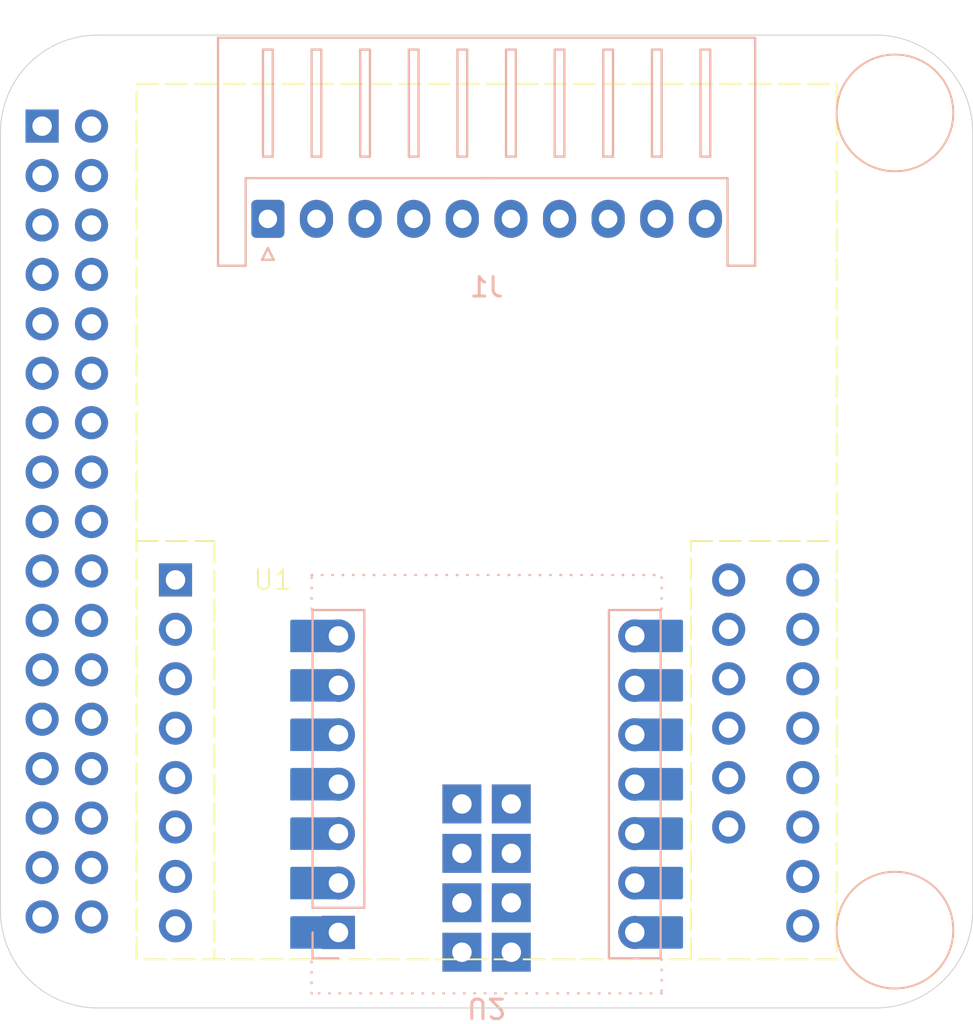
<source format=kicad_pcb>
(kicad_pcb (version 20241229) (generator "pcbnew") (generator_version "9.0")
  (layers (0 "F.Cu" signal) (4 "In1.Cu" power) (6 "In2.Cu" power) (2 "B.Cu" signal) (13 "F.Paste" user) (15 "B.Paste" user) (5 "F.SilkS" user "F.Silkscreen") (7 "B.SilkS" user "B.Silkscreen") (1 "F.Mask" user) (3 "B.Mask" user) (25 "Edge.Cuts" user))
  (net 0 "")
  (net 18 "GND")
  (net 19 "+3.3V")
  (net 50 "OPENMV_SPI_MOSI")
  (net 51 "OPENMV_RESET")
  (net 52 "OPENMV_SPI_READY")
  (net 57 "ESP32_SPI_MOSI")
  (net 58 "ESP32_RESET")
  (net 61 "ESP32_SPI_CLOCK")
  (net 62 "ESP32_SPI_MISO")
  (net 63 "OPENMV_SPI_CLOCK")
  (net 65 "ESP32_SPI_NSS")
  (net 66 "OPENMV_SPI_NSS")
  (net 69 "OPENMV_SPI_MISO")
  (footprint "pcb:Dummy" (layer "F.Cu") (at 150 100)
    (property "Reference" "N1" (hide yes))
    (property "Value" "Housing" (hide yes))
  )
  (footprint "pcb:OpenMV_H7_Plus" (layer "F.Cu") (at 134 103)
    (property "Reference" "U1" (at 5 0 0) (layer "F.SilkS") (effects (font (thickness 0.1))))
    (property "Value" "OpenMV H7+" (hide yes))
    (fp_line (start -2 -2) (end 2 -2) (stroke (width 0.1) (type dash)) (layer "F.SilkS"))
    (fp_line (start 2 -2) (end 2 19.5) (stroke (width 0.1) (type dash)) (layer "F.SilkS"))
    (fp_line (start 26.5 -2) (end 34 -2) (stroke (width 0.1) (type dash)) (layer "F.SilkS"))
    (fp_line (start 26.5 19.5) (end 26.5 -2) (stroke (width 0.1) (type dash)) (layer "F.SilkS"))
    (fp_rect (start -2 -25.5) (end 34 19.5) (stroke (width 0.1) (type dash)) (fill no) (layer "F.SilkS"))
    (pad "+3.3V" thru_hole circle (at 0 17.78) (size 1.7 1.7) (drill 1) (layers "*.Cu" "*.Mask") (net 19 "+3.3V"))
    (pad "+3.3V" thru_hole circle (at 28.448 10.16) (size 1.7 1.7) (drill 1) (layers "*.Cu" "*.Mask") (net 19 "+3.3V"))
    (pad "BOOT" thru_hole circle (at 32.258 2.54) (size 1.7 1.7) (drill 1) (layers "*.Cu" "*.Mask"))
    (pad "FSYNC" thru_hole circle (at 32.258 5.08) (size 1.7 1.7) (drill 1) (layers "*.Cu" "*.Mask"))
    (pad "GND" thru_hole circle (at 28.448 12.7) (size 1.7 1.7) (drill 1) (layers "*.Cu" "*.Mask") (net 18 "GND"))
    (pad "GND" thru_hole circle (at 32.258 17.78) (size 1.7 1.7) (drill 1) (layers "*.Cu" "*.Mask") (net 18 "GND"))
    (pad "NRST" thru_hole circle (at 28.448 7.62) (size 1.7 1.7) (drill 1) (layers "*.Cu" "*.Mask"))
    (pad "NRST" thru_hole circle (at 32.258 0) (size 1.7 1.7) (drill 1) (layers "*.Cu" "*.Mask"))
    (pad "PA5" thru_hole circle (at 0 15.24) (size 1.7 1.7) (drill 1) (layers "*.Cu" "*.Mask"))
    (pad "PB10" thru_hole circle (at 0 10.16) (size 1.7 1.7) (drill 1) (layers "*.Cu" "*.Mask"))
    (pad "PB11" thru_hole circle (at 0 12.7) (size 1.7 1.7) (drill 1) (layers "*.Cu" "*.Mask"))
    (pad "PB12" thru_hole circle (at 0 7.62) (size 1.7 1.7) (drill 1) (layers "*.Cu" "*.Mask"))
    (pad "PB13" thru_hole circle (at 0 5.08) (size 1.7 1.7) (drill 1) (layers "*.Cu" "*.Mask"))
    (pad "PB14" thru_hole circle (at 0 2.54) (size 1.7 1.7) (drill 1) (layers "*.Cu" "*.Mask"))
    (pad "PB15" thru_hole rect (at 0 0) (size 1.7 1.7) (drill 1) (layers "*.Cu" "*.Mask"))
    (pad "PD12" thru_hole circle (at 32.258 12.7) (size 1.7 1.7) (drill 1) (layers "*.Cu" "*.Mask"))
    (pad "PD13" thru_hole circle (at 32.258 10.16) (size 1.7 1.7) (drill 1) (layers "*.Cu" "*.Mask"))
    (pad "PG3" thru_hole circle (at 32.258 7.62) (size 1.7 1.7) (drill 1) (layers "*.Cu" "*.Mask"))
    (pad "SWC" thru_hole circle (at 28.448 2.54) (size 1.7 1.7) (drill 1) (layers "*.Cu" "*.Mask"))
    (pad "SWD" thru_hole circle (at 28.448 5.08) (size 1.7 1.7) (drill 1) (layers "*.Cu" "*.Mask"))
    (pad "SWO" thru_hole circle (at 28.448 0) (size 1.7 1.7) (drill 1) (layers "*.Cu" "*.Mask"))
    (pad "VIN" thru_hole circle (at 32.258 15.24) (size 1.7 1.7) (drill 1) (layers "*.Cu" "*.Mask"))
  )
  (footprint "pcb:VehicleStackConnector" (layer "F.Cu") (at 150 100)
    (property "Reference" "J6" (hide yes))
    (property "Value" "~" (hide yes))
    (fp_circle (center 21 -21) (end 24 -21) (stroke (width 0.1)) (fill no) (layer "F.SilkS"))
    (fp_circle (center 21 21) (end 24 21) (stroke (width 0.1)) (fill no) (layer "F.SilkS"))
    (fp_circle (center 21 -21) (end 24 -21) (stroke (width 0.1)) (fill no) (layer "B.SilkS"))
    (fp_circle (center 21 21) (end 24 21) (stroke (width 0.1)) (fill no) (layer "B.SilkS"))
    (fp_line (start -25 20) (end -25 -20) (stroke (width 0.05)) (layer "Edge.Cuts"))
    (fp_line (start -20 -25) (end 20 -25) (stroke (width 0.05)) (layer "Edge.Cuts"))
    (fp_line (start 20 25) (end -20 25) (stroke (width 0.05)) (layer "Edge.Cuts"))
    (fp_line (start 25 -20) (end 25 20) (stroke (width 0.05)) (layer "Edge.Cuts"))
    (fp_arc (start -25 -20) (mid -23.535534 -23.535534) (end -20 -25) (stroke (width 0.05)) (layer "Edge.Cuts"))
    (fp_arc (start -20 25) (mid -23.535534 23.535534) (end -25 20) (stroke (width 0.05)) (layer "Edge.Cuts"))
    (fp_arc (start 20 -25) (mid 23.535534 -23.535534) (end 25 -20) (stroke (width 0.05)) (layer "Edge.Cuts"))
    (fp_arc (start 25 20) (mid 23.535534 23.535534) (end 20 25) (stroke (width 0.05)) (layer "Edge.Cuts"))
    (pad "" np_thru_hole circle (at 21 -21) (size 3.2 3.2) (drill 3.2) (layers "*.Cu" "*.Mask"))
    (pad "" np_thru_hole circle (at 21 21) (size 3.2 3.2) (drill 3.2) (layers "*.Cu" "*.Mask"))
    (pad "1" thru_hole rect (at -22.86 -20.32) (size 1.7 1.7) (drill 1) (layers "*.Cu" "*.Mask") (net 19 "+3.3V"))
    (pad "2" thru_hole circle (at -20.32 -20.32) (size 1.7 1.7) (drill 1) (layers "*.Cu" "*.Mask") (net 63 "OPENMV_SPI_CLOCK"))
    (pad "3" thru_hole circle (at -22.86 -17.78) (size 1.7 1.7) (drill 1) (layers "*.Cu" "*.Mask") (net 18 "GND"))
    (pad "4" thru_hole circle (at -20.32 -17.78) (size 1.7 1.7) (drill 1) (layers "*.Cu" "*.Mask") (net 50 "OPENMV_SPI_MOSI"))
    (pad "5" thru_hole circle (at -22.86 -15.24) (size 1.7 1.7) (drill 1) (layers "*.Cu" "*.Mask") (net 18 "GND"))
    (pad "6" thru_hole circle (at -20.32 -15.24) (size 1.7 1.7) (drill 1) (layers "*.Cu" "*.Mask") (net 69 "OPENMV_SPI_MISO"))
    (pad "7" thru_hole circle (at -22.86 -12.7) (size 1.7 1.7) (drill 1) (layers "*.Cu" "*.Mask") (net 19 "+3.3V"))
    (pad "8" thru_hole circle (at -20.32 -12.7) (size 1.7 1.7) (drill 1) (layers "*.Cu" "*.Mask") (net 66 "OPENMV_SPI_NSS"))
    (pad "9" thru_hole oval (at -22.86 -10.16) (size 1.7 1.7) (drill 1) (layers "*.Cu" "*.Mask") (net 52 "OPENMV_SPI_READY"))
    (pad "10" thru_hole circle (at -20.32 -10.16) (size 1.7 1.7) (drill 1) (layers "*.Cu" "*.Mask") (net 18 "GND"))
    (pad "11" thru_hole circle (at -22.86 -7.62) (size 1.7 1.7) (drill 1) (layers "*.Cu" "*.Mask") (net 19 "+3.3V"))
    (pad "12" thru_hole circle (at -20.32 -7.62) (size 1.7 1.7) (drill 1) (layers "*.Cu" "*.Mask") (net 61 "ESP32_SPI_CLOCK"))
    (pad "13" thru_hole circle (at -22.86 -5.08) (size 1.7 1.7) (drill 1) (layers "*.Cu" "*.Mask") (net 18 "GND"))
    (pad "14" thru_hole circle (at -20.32 -5.08) (size 1.7 1.7) (drill 1) (layers "*.Cu" "*.Mask") (net 57 "ESP32_SPI_MOSI"))
    (pad "15" thru_hole circle (at -22.86 -2.54) (size 1.7 1.7) (drill 1) (layers "*.Cu" "*.Mask") (net 18 "GND"))
    (pad "16" thru_hole circle (at -20.32 -2.54) (size 1.7 1.7) (drill 1) (layers "*.Cu" "*.Mask") (net 62 "ESP32_SPI_MISO"))
    (pad "17" thru_hole circle (at -22.86 0) (size 1.7 1.7) (drill 1) (layers "*.Cu" "*.Mask") (net 19 "+3.3V"))
    (pad "18" thru_hole circle (at -20.32 0) (size 1.7 1.7) (drill 1) (layers "*.Cu" "*.Mask") (net 65 "ESP32_SPI_NSS"))
    (pad "19" thru_hole circle (at -22.86 2.54) (size 1.7 1.7) (drill 1) (layers "*.Cu" "*.Mask"))
    (pad "20" thru_hole circle (at -20.32 2.54) (size 1.7 1.7) (drill 1) (layers "*.Cu" "*.Mask"))
    (pad "21" thru_hole circle (at -22.86 5.08) (size 1.7 1.7) (drill 1) (layers "*.Cu" "*.Mask"))
    (pad "22" thru_hole circle (at -20.32 5.08) (size 1.7 1.7) (drill 1) (layers "*.Cu" "*.Mask") (net 18 "GND"))
    (pad "23" thru_hole circle (at -22.86 7.62) (size 1.7 1.7) (drill 1) (layers "*.Cu" "*.Mask"))
    (pad "24" thru_hole circle (at -20.32 7.62) (size 1.7 1.7) (drill 1) (layers "*.Cu" "*.Mask") (net 18 "GND"))
    (pad "25" thru_hole circle (at -22.86 10.16) (size 1.7 1.7) (drill 1) (layers "*.Cu" "*.Mask"))
    (pad "26" thru_hole circle (at -20.32 10.16) (size 1.7 1.7) (drill 1) (layers "*.Cu" "*.Mask"))
    (pad "27" thru_hole circle (at -22.86 12.7) (size 1.7 1.7) (drill 1) (layers "*.Cu" "*.Mask") (net 18 "GND"))
    (pad "28" thru_hole circle (at -20.32 12.7) (size 1.7 1.7) (drill 1) (layers "*.Cu" "*.Mask") (net 51 "OPENMV_RESET"))
    (pad "29" thru_hole circle (at -22.86 15.24) (size 1.7 1.7) (drill 1) (layers "*.Cu" "*.Mask") (net 58 "ESP32_RESET"))
    (pad "30" thru_hole circle (at -20.32 15.24) (size 1.7 1.7) (drill 1) (layers "*.Cu" "*.Mask"))
    (pad "31" thru_hole circle (at -22.86 17.78) (size 1.7 1.7) (drill 1) (layers "*.Cu" "*.Mask"))
    (pad "32" thru_hole circle (at -20.32 17.78) (size 1.7 1.7) (drill 1) (layers "*.Cu" "*.Mask"))
    (pad "33" thru_hole circle (at -22.86 20.32) (size 1.7 1.7) (drill 1) (layers "*.Cu" "*.Mask"))
    (pad "34" thru_hole circle (at -20.32 20.32) (size 1.7 1.7) (drill 1) (layers "*.Cu" "*.Mask"))
  )
  (footprint "Connector_JST:JST_XH_S10B-XH-A_1x10_P2.50mm_Horizontal" (layer "B.Cu") (at 138.75 84.445)
    (property "Reference" "J1" (at 11.25 3.51 180) (layer "B.SilkS") (effects (justify mirror)))
    (property "Value" "Conn_02x05_Top_Bottom")
    (fp_line (start -2.56 -9.31) (end -2.56 2.41) (stroke (width 0.12)) (layer "B.SilkS"))
    (fp_line (start -2.56 2.41) (end -1.14 2.41) (stroke (width 0.12)) (layer "B.SilkS"))
    (fp_line (start -1.14 -2.09) (end 11.25 -2.09) (stroke (width 0.12)) (layer "B.SilkS"))
    (fp_line (start -1.14 2.41) (end -1.14 -2.09) (stroke (width 0.12)) (layer "B.SilkS"))
    (fp_line (start -0.3 2.1) (end 0.3 2.1) (stroke (width 0.12)) (layer "B.SilkS"))
    (fp_line (start -0.25 -8.7) (end 0.25 -8.7) (stroke (width 0.12)) (layer "B.SilkS"))
    (fp_line (start -0.25 -3.2) (end -0.25 -8.7) (stroke (width 0.12)) (layer "B.SilkS"))
    (fp_line (start 0 1.5) (end -0.3 2.1) (stroke (width 0.12)) (layer "B.SilkS"))
    (fp_line (start 0.25 -8.7) (end 0.25 -3.2) (stroke (width 0.12)) (layer "B.SilkS"))
    (fp_line (start 0.25 -3.2) (end -0.25 -3.2) (stroke (width 0.12)) (layer "B.SilkS"))
    (fp_line (start 0.3 2.1) (end 0 1.5) (stroke (width 0.12)) (layer "B.SilkS"))
    (fp_line (start 2.25 -8.7) (end 2.75 -8.7) (stroke (width 0.12)) (layer "B.SilkS"))
    (fp_line (start 2.25 -3.2) (end 2.25 -8.7) (stroke (width 0.12)) (layer "B.SilkS"))
    (fp_line (start 2.75 -8.7) (end 2.75 -3.2) (stroke (width 0.12)) (layer "B.SilkS"))
    (fp_line (start 2.75 -3.2) (end 2.25 -3.2) (stroke (width 0.12)) (layer "B.SilkS"))
    (fp_line (start 4.75 -8.7) (end 5.25 -8.7) (stroke (width 0.12)) (layer "B.SilkS"))
    (fp_line (start 4.75 -3.2) (end 4.75 -8.7) (stroke (width 0.12)) (layer "B.SilkS"))
    (fp_line (start 5.25 -8.7) (end 5.25 -3.2) (stroke (width 0.12)) (layer "B.SilkS"))
    (fp_line (start 5.25 -3.2) (end 4.75 -3.2) (stroke (width 0.12)) (layer "B.SilkS"))
    (fp_line (start 7.25 -8.7) (end 7.75 -8.7) (stroke (width 0.12)) (layer "B.SilkS"))
    (fp_line (start 7.25 -3.2) (end 7.25 -8.7) (stroke (width 0.12)) (layer "B.SilkS"))
    (fp_line (start 7.75 -8.7) (end 7.75 -3.2) (stroke (width 0.12)) (layer "B.SilkS"))
    (fp_line (start 7.75 -3.2) (end 7.25 -3.2) (stroke (width 0.12)) (layer "B.SilkS"))
    (fp_line (start 9.75 -8.7) (end 10.25 -8.7) (stroke (width 0.12)) (layer "B.SilkS"))
    (fp_line (start 9.75 -3.2) (end 9.75 -8.7) (stroke (width 0.12)) (layer "B.SilkS"))
    (fp_line (start 10.25 -8.7) (end 10.25 -3.2) (stroke (width 0.12)) (layer "B.SilkS"))
    (fp_line (start 10.25 -3.2) (end 9.75 -3.2) (stroke (width 0.12)) (layer "B.SilkS"))
    (fp_line (start 11.25 -9.31) (end -2.56 -9.31) (stroke (width 0.12)) (layer "B.SilkS"))
    (fp_line (start 11.25 -9.31) (end 25.06 -9.31) (stroke (width 0.12)) (layer "B.SilkS"))
    (fp_line (start 12.25 -8.7) (end 12.75 -8.7) (stroke (width 0.12)) (layer "B.SilkS"))
    (fp_line (start 12.25 -3.2) (end 12.25 -8.7) (stroke (width 0.12)) (layer "B.SilkS"))
    (fp_line (start 12.75 -8.7) (end 12.75 -3.2) (stroke (width 0.12)) (layer "B.SilkS"))
    (fp_line (start 12.75 -3.2) (end 12.25 -3.2) (stroke (width 0.12)) (layer "B.SilkS"))
    (fp_line (start 14.75 -8.7) (end 15.25 -8.7) (stroke (width 0.12)) (layer "B.SilkS"))
    (fp_line (start 14.75 -3.2) (end 14.75 -8.7) (stroke (width 0.12)) (layer "B.SilkS"))
    (fp_line (start 15.25 -8.7) (end 15.25 -3.2) (stroke (width 0.12)) (layer "B.SilkS"))
    (fp_line (start 15.25 -3.2) (end 14.75 -3.2) (stroke (width 0.12)) (layer "B.SilkS"))
    (fp_line (start 17.25 -8.7) (end 17.75 -8.7) (stroke (width 0.12)) (layer "B.SilkS"))
    (fp_line (start 17.25 -3.2) (end 17.25 -8.7) (stroke (width 0.12)) (layer "B.SilkS"))
    (fp_line (start 17.75 -8.7) (end 17.75 -3.2) (stroke (width 0.12)) (layer "B.SilkS"))
    (fp_line (start 17.75 -3.2) (end 17.25 -3.2) (stroke (width 0.12)) (layer "B.SilkS"))
    (fp_line (start 19.75 -8.7) (end 20.25 -8.7) (stroke (width 0.12)) (layer "B.SilkS"))
    (fp_line (start 19.75 -3.2) (end 19.75 -8.7) (stroke (width 0.12)) (layer "B.SilkS"))
    (fp_line (start 20.25 -8.7) (end 20.25 -3.2) (stroke (width 0.12)) (layer "B.SilkS"))
    (fp_line (start 20.25 -3.2) (end 19.75 -3.2) (stroke (width 0.12)) (layer "B.SilkS"))
    (fp_line (start 22.25 -8.7) (end 22.75 -8.7) (stroke (width 0.12)) (layer "B.SilkS"))
    (fp_line (start 22.25 -3.2) (end 22.25 -8.7) (stroke (width 0.12)) (layer "B.SilkS"))
    (fp_line (start 22.75 -8.7) (end 22.75 -3.2) (stroke (width 0.12)) (layer "B.SilkS"))
    (fp_line (start 22.75 -3.2) (end 22.25 -3.2) (stroke (width 0.12)) (layer "B.SilkS"))
    (fp_line (start 23.64 -2.09) (end 11.25 -2.09) (stroke (width 0.12)) (layer "B.SilkS"))
    (fp_line (start 23.64 2.41) (end 23.64 -2.09) (stroke (width 0.12)) (layer "B.SilkS"))
    (fp_line (start 25.06 -9.31) (end 25.06 2.41) (stroke (width 0.12)) (layer "B.SilkS"))
    (fp_line (start 25.06 2.41) (end 23.64 2.41) (stroke (width 0.12)) (layer "B.SilkS"))
    (pad "1" thru_hole roundrect (at 0 0) (size 1.7 1.95) (drill 0.95) (layers "*.Cu" "*.Mask") (roundrect_rratio 0.147059))
    (pad "2" thru_hole oval (at 2.5 0) (size 1.7 1.95) (drill 0.95) (layers "*.Cu" "*.Mask"))
    (pad "3" thru_hole oval (at 5 0) (size 1.7 1.95) (drill 0.95) (layers "*.Cu" "*.Mask"))
    (pad "4" thru_hole oval (at 7.5 0) (size 1.7 1.95) (drill 0.95) (layers "*.Cu" "*.Mask"))
    (pad "5" thru_hole oval (at 10 0) (size 1.7 1.95) (drill 0.95) (layers "*.Cu" "*.Mask"))
    (pad "6" thru_hole oval (at 12.5 0) (size 1.7 1.95) (drill 0.95) (layers "*.Cu" "*.Mask"))
    (pad "7" thru_hole oval (at 15 0) (size 1.7 1.95) (drill 0.95) (layers "*.Cu" "*.Mask"))
    (pad "8" thru_hole oval (at 17.5 0) (size 1.7 1.95) (drill 0.95) (layers "*.Cu" "*.Mask"))
    (pad "9" thru_hole oval (at 20 0) (size 1.7 1.95) (drill 0.95) (layers "*.Cu" "*.Mask"))
    (pad "10" thru_hole oval (at 22.5 0) (size 1.7 1.95) (drill 0.95) (layers "*.Cu" "*.Mask"))
  )
  (footprint "pcb:Seeed_Studio_XIAO_ESP32_S3" (layer "B.Cu") (at 150 113.5)
    (property "Reference" "U2" (at 0 11.5 180) (layer "B.SilkS") (effects (justify mirror)))
    (property "Value" "Seeed_Studio_XIAO-ESP32-S3-Sense" (hide yes))
    (fp_rect (start -10 -6.885) (end -7.62 -8.355) (stroke (width 0.2)) (fill yes) (layers "B.Cu" "B.Mask"))
    (fp_rect (start -10 -4.345) (end -7.62 -5.815) (stroke (width 0.2)) (fill yes) (layers "B.Cu" "B.Mask"))
    (fp_rect (start -10 -1.805) (end -7.62 -3.275) (stroke (width 0.2)) (fill yes) (layers "B.Cu" "B.Mask"))
    (fp_rect (start -10 0.735) (end -7.62 -0.735) (stroke (width 0.2)) (fill yes) (layers "B.Cu" "B.Mask"))
    (fp_rect (start -10 3.275) (end -7.62 1.805) (stroke (width 0.2)) (fill yes) (layers "B.Cu" "B.Mask"))
    (fp_rect (start -10 5.815) (end -7.62 4.345) (stroke (width 0.2)) (fill yes) (layers "B.Cu" "B.Mask"))
    (fp_rect (start -10 8.355) (end -7.62 6.885) (stroke (width 0.2)) (fill yes) (layers "B.Cu" "B.Mask"))
    (fp_rect (start 7.62 -6.885) (end 10 -8.355) (stroke (width 0.2)) (fill yes) (layers "B.Cu" "B.Mask"))
    (fp_rect (start 7.62 -4.345) (end 10 -5.815) (stroke (width 0.2)) (fill yes) (layers "B.Cu" "B.Mask"))
    (fp_rect (start 7.62 -1.805) (end 10 -3.275) (stroke (width 0.2)) (fill yes) (layers "B.Cu" "B.Mask"))
    (fp_rect (start 7.62 0.735) (end 10 -0.735) (stroke (width 0.2)) (fill yes) (layers "B.Cu" "B.Mask"))
    (fp_rect (start 7.62 3.275) (end 10 1.805) (stroke (width 0.2)) (fill yes) (layers "B.Cu" "B.Mask"))
    (fp_rect (start 7.62 5.815) (end 10 4.345) (stroke (width 0.2)) (fill yes) (layers "B.Cu" "B.Mask"))
    (fp_rect (start 7.62 8.355) (end 10 6.885) (stroke (width 0.2)) (fill yes) (layers "B.Cu" "B.Mask"))
    (fp_line (start -9 -10.75) (end 9 -10.75) (stroke (width 0.127) (type dot)) (layer "B.SilkS"))
    (fp_line (start -9 -9) (end -9 -10.75) (stroke (width 0.127) (type dot)) (layer "B.SilkS"))
    (fp_line (start -9 10.75) (end -9 9) (stroke (width 0.127) (type dot)) (layer "B.SilkS"))
    (fp_line (start -8.95 -8.95) (end -6.29 -8.95) (stroke (width 0.12)) (layer "B.SilkS"))
    (fp_line (start -8.95 6.35) (end -8.95 -8.95) (stroke (width 0.12)) (layer "B.SilkS"))
    (fp_line (start -8.95 6.35) (end -6.29 6.35) (stroke (width 0.12)) (layer "B.SilkS"))
    (fp_line (start -8.95 7.62) (end -8.95 8.95) (stroke (width 0.12)) (layer "B.SilkS"))
    (fp_line (start -8.95 8.95) (end -7.62 8.95) (stroke (width 0.12)) (layer "B.SilkS"))
    (fp_line (start -6.29 6.35) (end -6.29 -8.95) (stroke (width 0.12)) (layer "B.SilkS"))
    (fp_line (start 6.29 -8.95) (end 8.95 -8.95) (stroke (width 0.12)) (layer "B.SilkS"))
    (fp_line (start 6.29 8.95) (end 6.29 -8.95) (stroke (width 0.12)) (layer "B.SilkS"))
    (fp_line (start 6.29 8.95) (end 8.95 8.95) (stroke (width 0.12)) (layer "B.SilkS"))
    (fp_line (start 8.95 8.95) (end 8.95 -8.95) (stroke (width 0.12)) (layer "B.SilkS"))
    (fp_line (start 9 -9) (end 9 -10.75) (stroke (width 0.127) (type dot)) (layer "B.SilkS"))
    (fp_line (start 9 9) (end 9 10.75) (stroke (width 0.127) (type dot)) (layer "B.SilkS"))
    (fp_line (start 9 10.75) (end -9 10.75) (stroke (width 0.127) (type dot)) (layer "B.SilkS"))
    (pad "+3.3V" thru_hole oval (at 7.62 2.54) (size 1.7 1.7) (drill 1) (layers "*.Cu" "*.Mask") (net 19 "+3.3V"))
    (pad "+5V" thru_hole circle (at 7.62 7.62) (size 1.7 1.7) (drill 1) (layers "*.Cu" "*.Mask"))
    (pad "D+" thru_hole rect (at 1.27 1.016) (size 2 2) (drill 1) (layers "*.Cu" "*.Mask"))
    (pad "D-" thru_hole rect (at -1.27 1.016) (size 2 2) (drill 1) (layers "*.Cu" "*.Mask"))
    (pad "D0" thru_hole rect (at -7.62 7.62) (size 1.7 1.7) (drill 1) (layers "*.Cu" "*.Mask"))
    (pad "D1" thru_hole oval (at -7.62 5.08) (size 1.7 1.7) (drill 1) (layers "*.Cu" "*.Mask"))
    (pad "D2" thru_hole oval (at -7.62 2.54) (size 1.7 1.7) (drill 1) (layers "*.Cu" "*.Mask"))
    (pad "D3" thru_hole oval (at -7.62 0) (size 1.7 1.7) (drill 1) (layers "*.Cu" "*.Mask"))
    (pad "D4" thru_hole oval (at -7.62 -2.54) (size 1.7 1.7) (drill 1) (layers "*.Cu" "*.Mask"))
    (pad "D5" thru_hole oval (at -7.62 -5.08) (size 1.7 1.7) (drill 1) (layers "*.Cu" "*.Mask"))
    (pad "D6" thru_hole oval (at -7.62 -7.62) (size 1.7 1.7) (drill 1) (layers "*.Cu" "*.Mask"))
    (pad "D7" thru_hole oval (at 7.62 -7.62) (size 1.7 1.7) (drill 1) (layers "*.Cu" "*.Mask"))
    (pad "D8" thru_hole oval (at 7.62 -5.08) (size 1.7 1.7) (drill 1) (layers "*.Cu" "*.Mask"))
    (pad "D9" thru_hole oval (at 7.62 -2.54) (size 1.7 1.7) (drill 1) (layers "*.Cu" "*.Mask"))
    (pad "D10" thru_hole oval (at 7.62 0) (size 1.7 1.7) (drill 1) (layers "*.Cu" "*.Mask"))
    (pad "EN" thru_hole rect (at -1.27 6.096) (size 2 2) (drill 1) (layers "*.Cu" "*.Mask"))
    (pad "GND" thru_hole rect (at 1.27 6.096) (size 2 2) (drill 1) (layers "*.Cu" "*.Mask") (net 18 "GND"))
    (pad "GND" thru_hole oval (at 7.62 5.08) (size 1.7 1.7) (drill 1) (layers "*.Cu" "*.Mask") (net 18 "GND"))
    (pad "MTCK" thru_hole rect (at 1.27 3.556) (size 2 2) (drill 1) (layers "*.Cu" "*.Mask"))
    (pad "MTDI" thru_hole rect (at -1.27 8.636) (size 2 2) (drill 1) (layers "*.Cu" "*.Mask"))
    (pad "MTDO" thru_hole rect (at 1.27 8.636) (size 2 2) (drill 1) (layers "*.Cu" "*.Mask"))
    (pad "MTMS" thru_hole rect (at -1.27 3.556) (size 2 2) (drill 1) (layers "*.Cu" "*.Mask"))
  )
)
</source>
